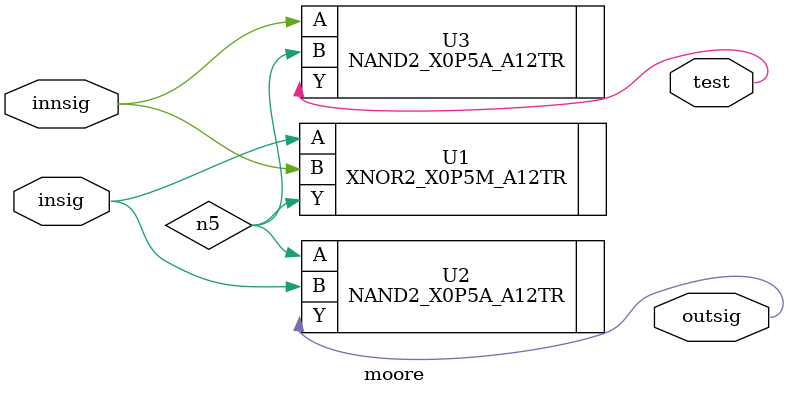
<source format=v>
module moore ( innsig, insig, outsig, test);
input insig, innsig;
output outsig, test;
wire n5;
XNOR2_X0P5M_A12TR U1 ( .A(insig), .B(innsig), .Y(n5) );
NAND2_X0P5A_A12TR U2 ( .A(n5), .B(insig), .Y(outsig) );
NAND2_X0P5A_A12TR U3 ( .A(innsig), .B(n5), .Y(test) );

endmodule


</source>
